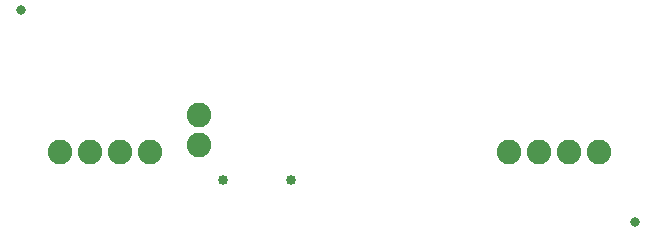
<source format=gbs>
G04 EAGLE Gerber RS-274X export*
G75*
%MOMM*%
%FSLAX34Y34*%
%LPD*%
%INSoldermask Bottom*%
%IPPOS*%
%AMOC8*
5,1,8,0,0,1.08239X$1,22.5*%
G01*
%ADD10C,0.838200*%
%ADD11C,0.853200*%
%ADD12C,2.082800*%


D10*
X530000Y10000D03*
X10000Y190000D03*
D11*
X181100Y45550D03*
X238900Y45550D03*
D12*
X120000Y70000D03*
X94600Y70000D03*
X69200Y70000D03*
X43800Y70000D03*
X500000Y70000D03*
X474600Y70000D03*
X449200Y70000D03*
X423800Y70000D03*
X161000Y75300D03*
X161000Y100700D03*
M02*

</source>
